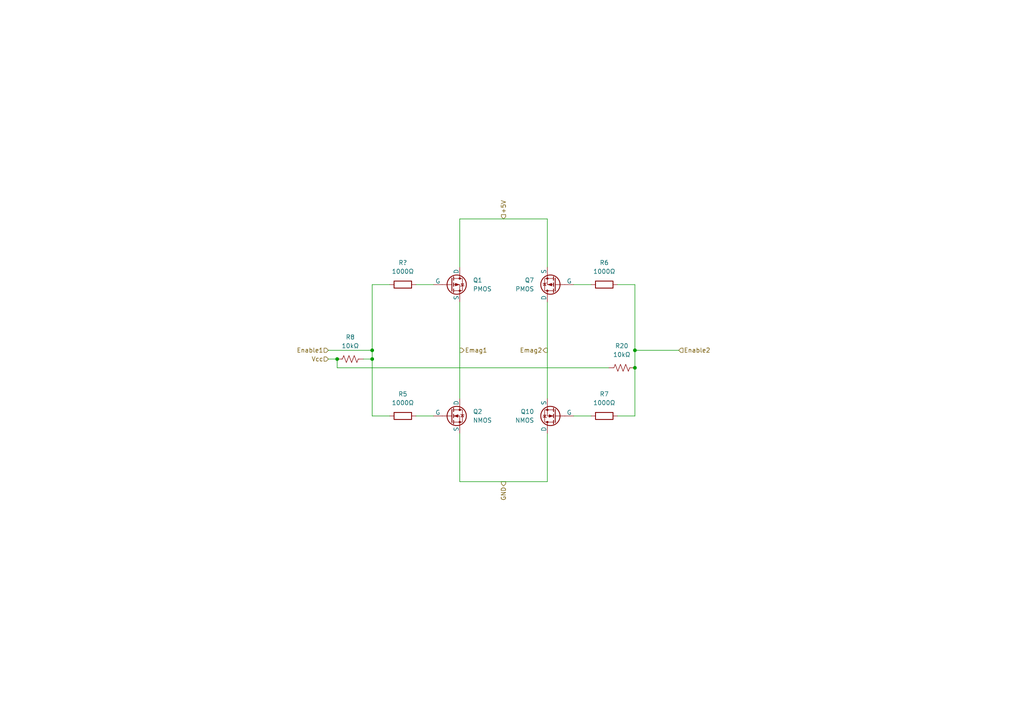
<source format=kicad_sch>
(kicad_sch (version 20231120) (generator "eeschema") (generator_version "8.0")
  (paper "A4")
  (title_block (title "ASR 2024 - H-Bridge") (date "2024-09-30") (rev "v0.1.0") (company "Alexandre Haddad-Delaveau & Bryan Liu") (comment 1 "Pinouts are subject to change.") (comment 2 "Resistor values are subject to change.") (comment 3 "Warning:"))
  (lib_symbols
    (symbol "Device:R" (pin_numbers hide) (pin_names (offset 0))
      (property "Reference" "R" (at 2.032 0 90))
      (property "Value" "R" (at 0 0 90))
      (symbol "R_0_1"
        (rectangle (start -1.016 -2.54) (end 1.016 2.54) (stroke (width 0.254)))
      )
      (symbol "R_1_1"
        (pin passive line (at 0 3.81 270) (length 1.27) (name "~") (number "1"))
        (pin passive line (at 0 -3.81 90) (length 1.27) (name "~") (number "2"))
      )
    )
    (symbol "Device:R_US" (pin_numbers hide) (pin_names (offset 0))
      (property "Reference" "R" (at 2.54 0 90))
      (property "Value" "R_US" (at -2.54 0 90))
      (symbol "R_US_0_1"
        (polyline (pts (xy 0 -2.286) (xy 0 -2.54)))
        (polyline (pts (xy 0 2.286) (xy 0 2.54)))
        (polyline (pts (xy 0 -0.762) (xy 1.016 -1.143) (xy 0 -1.524) (xy -1.016 -1.905) (xy 0 -2.286)))
        (polyline (pts (xy 0 0.762) (xy 1.016 0.381) (xy 0 0) (xy -1.016 -0.381) (xy 0 -0.762)))
        (polyline (pts (xy 0 2.286) (xy 1.016 1.905) (xy 0 1.524) (xy -1.016 1.143) (xy 0 0.762)))
      )
      (symbol "R_US_1_1"
        (pin passive line (at 0 3.81 270) (length 1.27) (name "~") (number "1"))
        (pin passive line (at 0 -3.81 90) (length 1.27) (name "~") (number "2"))
      )
    )
    (symbol "Simulation_SPICE:NMOS" (pin_numbers hide) (pin_names (offset 0))
      (property "Reference" "Q" (at 5.08 1.27 0))
      (property "Value" "NMOS" (at 5.08 -1.27 0))
      (symbol "NMOS_0_1"
        (polyline (pts (xy 0.254 0) (xy -2.54 0)))
        (polyline (pts (xy 0.254 1.905) (xy 0.254 -1.905)) (stroke (width 0.254)))
        (polyline (pts (xy 0.762 -1.27) (xy 0.762 -2.286)) (stroke (width 0.254)))
        (polyline (pts (xy 0.762 0.508) (xy 0.762 -0.508)) (stroke (width 0.254)))
        (polyline (pts (xy 0.762 2.286) (xy 0.762 1.27)) (stroke (width 0.254)))
        (polyline (pts (xy 2.54 2.54) (xy 2.54 1.778)))
        (polyline (pts (xy 2.54 -2.54) (xy 2.54 0) (xy 0.762 0)))
        (polyline (pts (xy 0.762 -1.778) (xy 3.302 -1.778) (xy 3.302 1.778) (xy 0.762 1.778)))
        (polyline (pts (xy 1.016 0) (xy 2.032 0.381) (xy 2.032 -0.381) (xy 1.016 0)) (fill (type outline)))
        (polyline (pts (xy 2.794 0.508) (xy 2.921 0.381) (xy 3.683 0.381) (xy 3.81 0.254)))
        (polyline (pts (xy 3.302 0.381) (xy 2.921 -0.254) (xy 3.683 -0.254) (xy 3.302 0.381)))
        (circle (center 1.651 0) (radius 2.794) (stroke (width 0.254)))
        (circle (center 2.54 -1.778) (radius 0.254) (fill (type outline)))
        (circle (center 2.54 1.778) (radius 0.254) (fill (type outline)))
      )
      (symbol "NMOS_1_1"
        (pin passive line (at 2.54 5.08 270) (length 2.54) (name "D") (number "1"))
        (pin input line (at -5.08 0 0) (length 2.54) (name "G") (number "2"))
        (pin passive line (at 2.54 -5.08 90) (length 2.54) (name "S") (number "3"))
      )
    )
    (symbol "Simulation_SPICE:PMOS" (pin_numbers hide) (pin_names (offset 0))
      (property "Reference" "Q" (at 5.08 1.27 0))
      (property "Value" "PMOS" (at 5.08 -1.27 0))
      (symbol "PMOS_0_1"
        (polyline (pts (xy 0.254 0) (xy -2.54 0)))
        (polyline (pts (xy 0.254 1.905) (xy 0.254 -1.905)) (stroke (width 0.254)))
        (polyline (pts (xy 0.762 -1.27) (xy 0.762 -2.286)) (stroke (width 0.254)))
        (polyline (pts (xy 0.762 0.508) (xy 0.762 -0.508)) (stroke (width 0.254)))
        (polyline (pts (xy 0.762 2.286) (xy 0.762 1.27)) (stroke (width 0.254)))
        (polyline (pts (xy 2.54 2.54) (xy 2.54 1.778)))
        (polyline (pts (xy 2.54 -2.54) (xy 2.54 0) (xy 0.762 0)))
        (polyline (pts (xy 0.762 1.778) (xy 3.302 1.778) (xy 3.302 -1.778) (xy 0.762 -1.778)))
        (polyline (pts (xy 2.286 0) (xy 1.27 0.381) (xy 1.27 -0.381) (xy 2.286 0)) (fill (type outline)))
        (polyline (pts (xy 2.794 -0.508) (xy 2.921 -0.381) (xy 3.683 -0.381) (xy 3.81 -0.254)))
        (polyline (pts (xy 3.302 -0.381) (xy 2.921 0.254) (xy 3.683 0.254) (xy 3.302 -0.381)))
        (circle (center 1.651 0) (radius 2.794) (stroke (width 0.254)))
        (circle (center 2.54 -1.778) (radius 0.254) (fill (type outline)))
        (circle (center 2.54 1.778) (radius 0.254) (fill (type outline)))
      )
      (symbol "PMOS_1_1"
        (pin passive line (at 2.54 5.08 270) (length 2.54) (name "D") (number "1"))
        (pin input line (at -5.08 0 0) (length 2.54) (name "G") (number "2"))
        (pin passive line (at 2.54 -5.08 90) (length 2.54) (name "S") (number "3"))
      )
    )
  )
  (junction (at 184.15 106.68))
  (junction (at 184.15 101.6))
  (junction (at 107.95 104.14))
  (junction (at 107.95 101.6))
  (junction (at 97.79 104.14))
  (wire (pts (xy 107.95 104.14) (xy 107.95 120.65)))
  (wire (pts (xy 97.79 106.68) (xy 176.53 106.68)))
  (wire (pts (xy 184.15 82.55) (xy 184.15 101.6)))
  (wire (pts (xy 166.37 120.65) (xy 171.45 120.65)))
  (wire (pts (xy 179.07 120.65) (xy 184.15 120.65)))
  (wire (pts (xy 179.07 82.55) (xy 184.15 82.55)))
  (wire (pts (xy 107.95 101.6) (xy 107.95 104.14)))
  (wire (pts (xy 133.35 139.7) (xy 158.75 139.7)))
  (wire (pts (xy 107.95 82.55) (xy 107.95 101.6)))
  (wire (pts (xy 133.35 87.63) (xy 133.35 115.57)))
  (wire (pts (xy 184.15 101.6) (xy 184.15 106.68)))
  (wire (pts (xy 95.25 104.14) (xy 97.79 104.14)))
  (wire (pts (xy 95.25 101.6) (xy 107.95 101.6)))
  (wire (pts (xy 158.75 125.73) (xy 158.75 139.7)))
  (wire (pts (xy 97.79 104.14) (xy 97.79 106.68)))
  (wire (pts (xy 133.35 125.73) (xy 133.35 139.7)))
  (wire (pts (xy 184.15 101.6) (xy 196.85 101.6)))
  (wire (pts (xy 133.35 63.5) (xy 158.75 63.5)))
  (wire (pts (xy 133.35 63.5) (xy 133.35 77.47)))
  (wire (pts (xy 184.15 106.68) (xy 184.15 120.65)))
  (wire (pts (xy 120.65 120.65) (xy 125.73 120.65)))
  (wire (pts (xy 113.03 82.55) (xy 107.95 82.55)))
  (wire (pts (xy 166.37 82.55) (xy 171.45 82.55)))
  (wire (pts (xy 158.75 87.63) (xy 158.75 115.57)))
  (wire (pts (xy 107.95 120.65) (xy 113.03 120.65)))
  (wire (pts (xy 120.65 82.55) (xy 125.73 82.55)))
  (wire (pts (xy 158.75 63.5) (xy 158.75 77.47)))
  (wire (pts (xy 105.41 104.14) (xy 107.95 104.14)))
  (hierarchical_label "Enable1" (shape input) (at 95.25 101.6 180))
  (hierarchical_label "Vcc" (shape input) (at 95.25 104.14 180))
  (hierarchical_label "Enable2" (shape input) (at 196.85 101.6 0))
  (hierarchical_label "GND" (shape output) (at 146.05 139.7 270))
  (hierarchical_label "Emag2" (shape output) (at 158.75 101.6 180))
  (hierarchical_label "Emag1" (shape output) (at 133.35 101.6 0))
  (hierarchical_label "+5V" (shape input) (at 146.05 63.5 90))
  (symbol (lib_id "Device:R") (at 175.26 82.55 90) (unit 1)
    (property "Reference" "R6" (at 175.26 76.2 90))
    (property "Value" "1000Ω" (at 175.26 78.74 90))
    (property "Description" "Resistor" (effects (hide yes)))
    (instances (project "Circuit" (path "" (reference "R6") (unit 1)) (path "" (reference "R14") (unit 1)) (path "" (reference "R10") (unit 1))))
  )
  (symbol (lib_id "Device:R") (at 116.84 120.65 90) (unit 1)
    (property "Reference" "R5" (at 116.84 114.3 90))
    (property "Value" "1000Ω" (at 116.84 116.84 90))
    (property "Description" "Resistor" (effects (hide yes)))
    (instances (project "Circuit" (path "" (reference "R5") (unit 1)) (path "" (reference "R13") (unit 1)) (path "" (reference "R9") (unit 1))))
  )
  (symbol (lib_id "Device:R") (at 116.84 82.55 90) (unit 1)
    (property "Reference" "R?" (at 116.84 76.2 90))
    (property "Value" "1000Ω" (at 116.84 78.74 90))
    (property "Description" "Resistor" (effects (hide yes)))
    (instances (project "Circuit" (path "" (reference "R?") (unit 1)) (path "" (reference "R12") (unit 1)) (path "" (reference "R4") (unit 1))))
  )
  (symbol (lib_id "Simulation_SPICE:PMOS") (at 161.29 82.55 180) (unit 1)
    (property "Reference" "Q7" (at 154.94 81.2799 0) (effects (justify left)))
    (property "Value" "PMOS" (at 154.94 83.8199 0) (effects (justify left)))
    (property "Datasheet" "https://ngspice.sourceforge.io/docs/ngspice-html-manual/manual.xhtml#cha_MOSFETs" (effects (hide yes)))
    (property "Description" "P-MOSFET transistor, drain/source/gate" (effects (hide yes)))
    (property "Sim.Device" "PMOS" (effects (hide yes)))
    (property "Sim.Type" "VDMOS" (effects (hide yes)))
    (property "Sim.Pins" "1=D 2=G 3=S" (effects (hide yes)))
    (instances (project "Circuit" (path "" (reference "Q7") (unit 1)) (path "" (reference "Q11") (unit 1)) (path "" (reference "Q9") (unit 1))))
  )
  (symbol (lib_id "Simulation_SPICE:NMOS") (at 161.29 120.65 180) (unit 1)
    (property "Reference" "Q10" (at 154.94 119.3799 0) (effects (justify left)))
    (property "Value" "NMOS" (at 154.94 121.9199 0) (effects (justify left)))
    (property "Datasheet" "https://ngspice.sourceforge.io/docs/ngspice-html-manual/manual.xhtml#cha_MOSFETs" (effects (hide yes)))
    (property "Description" "N-MOSFET transistor, drain/source/gate" (effects (hide yes)))
    (property "Sim.Device" "NMOS" (effects (hide yes)))
    (property "Sim.Type" "VDMOS" (effects (hide yes)))
    (property "Sim.Pins" "1=D 2=G 3=S" (effects (hide yes)))
    (instances (project "Circuit" (path "" (reference "Q10") (unit 1)) (path "" (reference "Q14") (unit 1)) (path "" (reference "Q12") (unit 1))))
  )
  (symbol (lib_id "Device:R_US") (at 180.34 106.68 90) (unit 1)
    (property "Reference" "R20" (at 180.34 100.33 90))
    (property "Value" "10kΩ" (at 180.34 102.87 90))
    (property "Description" "Resistor, US symbol" (effects (hide yes)))
    (instances (project "Circuit" (path "" (reference "R20") (unit 1)) (path "" (reference "R22") (unit 1)) (path "" (reference "R21") (unit 1))))
  )
  (symbol (lib_id "Simulation_SPICE:PMOS") (at 130.81 82.55 0) (unit 1)
    (property "Reference" "Q5" (at 137.16 81.2799 0) (effects (justify left)))
    (property "Value" "PMOS" (at 137.16 83.8199 0) (effects (justify left)))
    (property "Datasheet" "https://ngspice.sourceforge.io/docs/ngspice-html-manual/manual.xhtml#cha_MOSFETs" (effects (hide yes)))
    (property "Description" "P-MOSFET transistor, drain/source/gate" (effects (hide yes)))
    (property "Sim.Device" "PMOS" (effects (hide yes)))
    (property "Sim.Type" "VDMOS" (effects (hide yes)))
    (property "Sim.Pins" "1=D 2=G 3=S" (effects (hide yes)))
    (instances (project "" (path "" (reference "Q1") (unit 1)) (path "" (reference "Q5") (unit 1)) (path "" (reference "Q3") (unit 1))))
  )
  (symbol (lib_id "Simulation_SPICE:NMOS") (at 130.81 120.65 0) (unit 1)
    (property "Reference" "Q8" (at 137.16 119.3799 0) (effects (justify left)))
    (property "Value" "NMOS" (at 137.16 121.9199 0) (effects (justify left)))
    (property "Datasheet" "https://ngspice.sourceforge.io/docs/ngspice-html-manual/manual.xhtml#cha_MOSFETs" (effects (hide yes)))
    (property "Description" "N-MOSFET transistor, drain/source/gate" (effects (hide yes)))
    (property "Sim.Device" "NMOS" (effects (hide yes)))
    (property "Sim.Type" "VDMOS" (effects (hide yes)))
    (property "Sim.Pins" "1=D 2=G 3=S" (effects (hide yes)))
    (instances (project "" (path "" (reference "Q2") (unit 1)) (path "" (reference "Q8") (unit 1)) (path "" (reference "Q4") (unit 1))))
  )
  (symbol (lib_id "Device:R_US") (at 101.6 104.14 90) (unit 1)
    (property "Reference" "R19" (at 101.6 97.79 90))
    (property "Value" "10kΩ" (at 101.6 100.33 90))
    (property "Description" "Resistor, US symbol" (effects (hide yes)))
    (instances (project "" (path "" (reference "R8") (unit 1)) (path "" (reference "R19") (unit 1)) (path "" (reference "R18") (unit 1))))
  )
  (symbol (lib_id "Device:R") (at 175.26 120.65 90) (unit 1)
    (property "Reference" "R7" (at 175.26 114.3 90))
    (property "Value" "1000Ω" (at 175.26 116.84 90))
    (property "Description" "Resistor" (effects (hide yes)))
    (instances (project "Circuit" (path "" (reference "R7") (unit 1)) (path "" (reference "R15") (unit 1)) (path "" (reference "R11") (unit 1))))
  )
)
</source>
